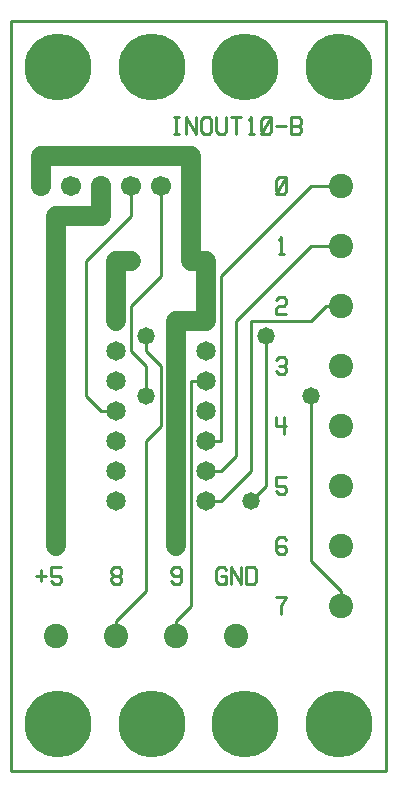
<source format=gtl>
%MOIN*%
%FSLAX25Y25*%
G04 D10 used for Character Trace; *
G04     Circle (OD=.01000) (No hole)*
G04 D11 used for Power Trace; *
G04     Circle (OD=.06700) (No hole)*
G04 D12 used for Signal Trace; *
G04     Circle (OD=.01100) (No hole)*
G04 D13 used for Via; *
G04     Circle (OD=.05800) (Round. Hole ID=.02800)*
G04 D14 used for Component hole; *
G04     Circle (OD=.06500) (Round. Hole ID=.03500)*
G04 D15 used for Component hole; *
G04     Circle (OD=.06700) (Round. Hole ID=.04300)*
G04 D16 used for Component hole; *
G04     Circle (OD=.08100) (Round. Hole ID=.05100)*
G04 D17 used for Component hole; *
G04     Circle (OD=.08900) (Round. Hole ID=.05900)*
G04 D18 used for Component hole; *
G04     Circle (OD=.11300) (Round. Hole ID=.08300)*
G04 D19 used for Component hole; *
G04     Circle (OD=.16000) (Round. Hole ID=.13000)*
G04 D20 used for Component hole; *
G04     Circle (OD=.18300) (Round. Hole ID=.15300)*
G04 D21 used for Component hole; *
G04     Circle (OD=.22291) (Round. Hole ID=.19291)*
%ADD10C,.01000*%
%ADD11C,.06700*%
%ADD12C,.01100*%
%ADD13C,.05800*%
%ADD14C,.06500*%
%ADD15C,.06700*%
%ADD16C,.08100*%
%ADD17C,.08900*%
%ADD18C,.11300*%
%ADD19C,.16000*%
%ADD20C,.18300*%
%ADD21C,.22291*%
%IPPOS*%
%LPD*%
G90*X0Y0D02*D21*X15625Y15625D03*D16*              
X35000Y45000D03*D12*Y50000D01*X45000Y60000D01*    
Y110000D01*X50000Y115000D01*Y135000D01*           
X45000Y140000D01*Y145000D01*D13*D03*D12*          
Y135000D02*X40000Y140000D01*X45000Y125000D02*     
Y135000D01*D13*Y125000D03*D14*X35000Y130000D03*   
Y120000D03*D12*X30000D01*X25000Y125000D01*        
Y170000D01*X40000Y185000D01*Y195000D01*D15*D03*   
D11*X15000Y185000D02*X30000D01*X15000Y150000D02*  
Y185000D01*D13*Y150000D03*D11*Y75000D01*D13*D03*  
D10*X8326Y65000D02*X11674D01*X10000Y66914D02*     
Y63086D01*X16674Y67871D02*X13326D01*Y65000D01*    
X15837D01*X16674Y64043D01*Y63086D01*              
X15837Y62129D01*X14163D01*X13326Y63086D01*        
X34163Y65000D02*X33326Y65957D01*Y66914D01*        
X34163Y67871D01*X35837D01*X36674Y66914D01*        
Y65957D01*X35837Y65000D01*X34163D01*              
X33326Y64043D01*Y63086D01*X34163Y62129D01*        
X35837D01*X36674Y63086D01*Y64043D01*              
X35837Y65000D01*D14*X35000Y90000D03*Y100000D03*   
D16*X15000Y45000D03*D14*X35000Y110000D03*D16*     
X55000Y45000D03*D12*Y50000D01*X60000Y55000D01*    
Y130000D01*X65000D01*D14*D03*Y140000D03*          
Y120000D03*D12*X80000Y100000D02*Y150000D01*       
X70000Y90000D02*X80000Y100000D01*X65000Y90000D02* 
X70000D01*D14*X65000D03*D12*Y100000D02*X70000D01* 
D14*X65000D03*D12*X70000D02*X75000Y105000D01*     
Y150000D01*X100000Y175000D01*X110000D01*D16*D03*  
D10*X91674Y193086D02*X90837Y192129D01*X89163D01*  
X88326Y193086D01*Y196914D01*X89163Y197871D01*     
X90837D01*X91674Y196914D01*Y193086D01*            
X88326Y192129D02*X91674Y197871D01*                
X88326Y156914D02*X89163Y157871D01*X90837D01*      
X91674Y156914D01*Y155957D01*X90837Y155000D01*     
X89163D01*X88326Y154043D01*Y152129D01*X91674D01*  
D12*X100000Y150000D02*X105000Y155000D01*          
X80000Y150000D02*X100000D01*D13*X85000Y145000D03* 
D12*Y95000D01*X80000Y90000D01*D13*D03*D10*        
X91674Y97871D02*X88326D01*Y95000D01*X90837D01*    
X91674Y94043D01*Y93086D01*X90837Y92129D01*        
X89163D01*X88326Y93086D01*X91674Y76914D02*        
X90837Y77871D01*X89163D01*X88326Y76914D01*        
Y73086D01*X89163Y72129D01*X90837D01*              
X91674Y73086D01*Y74043D01*X90837Y75000D01*        
X89163D01*X88326Y74043D01*D12*X110000Y60000D02*   
X100000Y70000D01*X110000Y55000D02*Y60000D01*D16*  
Y55000D03*D12*X100000Y70000D02*Y125000D01*D13*D03*
D16*X110000Y115000D03*Y135000D03*D10*             
X88326Y136914D02*X89163Y137871D01*X90837D01*      
X91674Y136914D01*Y135957D01*X90837Y135000D01*     
X89163D01*X90837D02*X91674Y134043D01*Y133086D01*  
X90837Y132129D01*X89163D01*X88326Y133086D01*      
X90837Y117871D02*Y112129D01*X88326Y117871D02*     
Y115000D01*X91674D01*D16*X110000Y155000D03*D12*   
X105000D01*D10*X89163Y176914D02*X90000Y177871D01* 
Y172129D01*X89163D02*X90837D01*D12*               
X70000Y110000D02*Y165000D01*X65000Y110000D02*     
X70000D01*D14*X65000D03*X35000Y140000D03*D12*     
X40000D02*Y155000D01*X50000Y165000D01*Y195000D01* 
D15*D03*D11*X60000Y170000D02*Y205000D01*D14*      
Y170000D03*D11*X65000D01*Y150000D01*D14*D03*D11*  
X55000D01*Y75000D01*D13*D03*D10*X56674Y65957D02*  
X55837Y65000D01*X54163D01*X53326Y65957D01*        
Y66914D01*X54163Y67871D01*X55837D01*              
X56674Y66914D01*Y63086D01*X55837Y62129D01*        
X54163D01*X53326Y63086D01*X71674D02*              
X70837Y62129D01*X69163D01*X68326Y63086D01*        
Y66914D01*X69163Y67871D01*X70837D01*              
X71674Y66914D01*X70000Y65000D02*X71674D01*        
Y62129D01*X73326D02*Y67871D01*X76674Y62129D01*    
Y67871D01*X78326Y62129D02*Y67871D01*X80837D01*    
X81674Y66914D01*Y63086D01*X80837Y62129D01*        
X78326D01*D16*X75000Y45000D03*D10*X88326Y57871D02*
X91674D01*X90000Y55000D01*Y52129D01*D16*          
X110000Y75000D03*Y95000D03*D21*X46875Y15625D03*   
X78125D03*X109375D03*D12*X0Y0D02*X125000D01*      
Y250000D01*X0D01*Y0D01*D14*X35000Y150000D03*D11*  
Y170000D01*X40000D01*D14*D03*D11*X30000Y185000D02*
Y195000D01*D15*D03*X20000D03*D11*X10000D02*       
Y205000D01*D15*Y195000D03*D11*Y205000D02*         
X60000D01*D10*X55000Y212129D02*Y217871D01*        
X54163Y212129D02*X55837D01*X54163Y217871D02*      
X55837D01*X58326Y212129D02*Y217871D01*            
X61674Y212129D01*Y217871D01*X66674Y213086D02*     
X65837Y212129D01*X64163D01*X63326Y213086D01*      
Y216914D01*X64163Y217871D01*X65837D01*            
X66674Y216914D01*Y213086D01*X71674Y217871D02*     
Y213086D01*X70837Y212129D01*X69163D01*            
X68326Y213086D01*Y217871D01*X75000Y212129D02*     
Y217871D01*X73326D02*X76674D01*X79163Y216914D02*  
X80000Y217871D01*Y212129D01*X79163D02*X80837D01*  
X86674Y213086D02*X85837Y212129D01*X84163D01*      
X83326Y213086D01*Y216914D01*X84163Y217871D01*     
X85837D01*X86674Y216914D01*Y213086D01*            
X83326Y212129D02*X86674Y217871D01*                
X88326Y215000D02*X91674D01*X93326Y212129D02*      
Y217871D01*X95837D01*X96674Y216914D01*Y215957D01* 
X95837Y215000D01*X96674Y214043D01*Y213086D01*     
X95837Y212129D01*X93326D01*Y215000D02*X95837D01*  
D21*X78125Y234375D03*X46875D03*D12*               
X70000Y165000D02*X100000Y195000D01*X110000D01*D16*
D03*D21*X109375Y234375D03*X15625D03*M02*          

</source>
